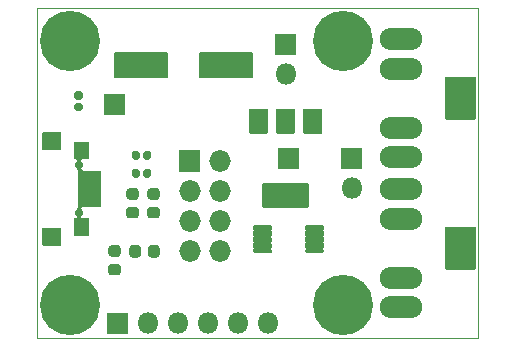
<source format=gbr>
G04 #@! TF.GenerationSoftware,KiCad,Pcbnew,5.1.10-88a1d61d58~88~ubuntu20.04.1*
G04 #@! TF.CreationDate,2021-05-19T20:40:34-06:00*
G04 #@! TF.ProjectId,CurrentSensorV1,43757272-656e-4745-9365-6e736f725631,rev?*
G04 #@! TF.SameCoordinates,Original*
G04 #@! TF.FileFunction,Soldermask,Top*
G04 #@! TF.FilePolarity,Negative*
%FSLAX46Y46*%
G04 Gerber Fmt 4.6, Leading zero omitted, Abs format (unit mm)*
G04 Created by KiCad (PCBNEW 5.1.10-88a1d61d58~88~ubuntu20.04.1) date 2021-05-19 20:40:34*
%MOMM*%
%LPD*%
G01*
G04 APERTURE LIST*
G04 #@! TA.AperFunction,Profile*
%ADD10C,0.050000*%
G04 #@! TD*
%ADD11O,3.602000X1.852000*%
%ADD12C,5.102000*%
%ADD13O,1.802000X1.802000*%
%ADD14C,0.702000*%
%ADD15O,1.829200X1.829200*%
%ADD16C,0.350000*%
G04 APERTURE END LIST*
D10*
X132842000Y-64008000D02*
X132842000Y-65278000D01*
X170180000Y-64008000D02*
X132842000Y-64008000D01*
X170180000Y-65278000D02*
X170180000Y-64008000D01*
X132842000Y-91948000D02*
X170180000Y-91948000D01*
X170180000Y-91948000D02*
X170180000Y-65278000D01*
X132842000Y-65278000D02*
X132842000Y-91948000D01*
X132842000Y-64008000D02*
X132842000Y-65278000D01*
X170180000Y-64008000D02*
X132842000Y-64008000D01*
X170180000Y-65278000D02*
X170180000Y-64008000D01*
X132842000Y-91948000D02*
X170180000Y-91948000D01*
X170180000Y-91948000D02*
X170180000Y-65278000D01*
X132842000Y-65278000D02*
X132842000Y-91948000D01*
D11*
G04 #@! TO.C,J3*
X163722000Y-81828000D03*
X163722000Y-86828000D03*
X163722000Y-79328000D03*
X163722000Y-89328000D03*
G36*
G01*
X167478000Y-82527000D02*
X169978000Y-82527000D01*
G75*
G02*
X170029000Y-82578000I0J-51000D01*
G01*
X170029000Y-86078000D01*
G75*
G02*
X169978000Y-86129000I-51000J0D01*
G01*
X167478000Y-86129000D01*
G75*
G02*
X167427000Y-86078000I0J51000D01*
G01*
X167427000Y-82578000D01*
G75*
G02*
X167478000Y-82527000I51000J0D01*
G01*
G37*
G04 #@! TD*
D12*
G04 #@! TO.C,H2*
X158750000Y-66802000D03*
G04 #@! TD*
D13*
G04 #@! TO.C,J2*
X152400000Y-90678000D03*
X149860000Y-90678000D03*
X147320000Y-90678000D03*
X144780000Y-90678000D03*
X142240000Y-90678000D03*
G36*
G01*
X140550000Y-91579000D02*
X138850000Y-91579000D01*
G75*
G02*
X138799000Y-91528000I0J51000D01*
G01*
X138799000Y-89828000D01*
G75*
G02*
X138850000Y-89777000I51000J0D01*
G01*
X140550000Y-89777000D01*
G75*
G02*
X140601000Y-89828000I0J-51000D01*
G01*
X140601000Y-91528000D01*
G75*
G02*
X140550000Y-91579000I-51000J0D01*
G01*
G37*
G04 #@! TD*
D12*
G04 #@! TO.C,H1*
X135636000Y-66802000D03*
G04 #@! TD*
G04 #@! TO.C,U9*
G36*
G01*
X136366845Y-77742240D02*
X138266845Y-77742240D01*
G75*
G02*
X138317845Y-77793240I0J-51000D01*
G01*
X138317845Y-78193240D01*
G75*
G02*
X138266845Y-78244240I-51000J0D01*
G01*
X136366845Y-78244240D01*
G75*
G02*
X136315845Y-78193240I0J51000D01*
G01*
X136315845Y-77793240D01*
G75*
G02*
X136366845Y-77742240I51000J0D01*
G01*
G37*
G36*
G01*
X136366845Y-78392240D02*
X138266845Y-78392240D01*
G75*
G02*
X138317845Y-78443240I0J-51000D01*
G01*
X138317845Y-78843240D01*
G75*
G02*
X138266845Y-78894240I-51000J0D01*
G01*
X136366845Y-78894240D01*
G75*
G02*
X136315845Y-78843240I0J51000D01*
G01*
X136315845Y-78443240D01*
G75*
G02*
X136366845Y-78392240I51000J0D01*
G01*
G37*
G36*
G01*
X136366845Y-79042240D02*
X138266845Y-79042240D01*
G75*
G02*
X138317845Y-79093240I0J-51000D01*
G01*
X138317845Y-79493240D01*
G75*
G02*
X138266845Y-79544240I-51000J0D01*
G01*
X136366845Y-79544240D01*
G75*
G02*
X136315845Y-79493240I0J51000D01*
G01*
X136315845Y-79093240D01*
G75*
G02*
X136366845Y-79042240I51000J0D01*
G01*
G37*
G36*
G01*
X136366845Y-79692240D02*
X138266845Y-79692240D01*
G75*
G02*
X138317845Y-79743240I0J-51000D01*
G01*
X138317845Y-80143240D01*
G75*
G02*
X138266845Y-80194240I-51000J0D01*
G01*
X136366845Y-80194240D01*
G75*
G02*
X136315845Y-80143240I0J51000D01*
G01*
X136315845Y-79743240D01*
G75*
G02*
X136366845Y-79692240I51000J0D01*
G01*
G37*
G36*
G01*
X136366845Y-80342240D02*
X138266845Y-80342240D01*
G75*
G02*
X138317845Y-80393240I0J-51000D01*
G01*
X138317845Y-80793240D01*
G75*
G02*
X138266845Y-80844240I-51000J0D01*
G01*
X136366845Y-80844240D01*
G75*
G02*
X136315845Y-80793240I0J51000D01*
G01*
X136315845Y-80393240D01*
G75*
G02*
X136366845Y-80342240I51000J0D01*
G01*
G37*
G36*
G01*
X136041839Y-75296600D02*
X137241841Y-75296600D01*
G75*
G02*
X137292840Y-75347599I0J-50999D01*
G01*
X137292840Y-76747601D01*
G75*
G02*
X137241841Y-76798600I-50999J0D01*
G01*
X136041839Y-76798600D01*
G75*
G02*
X135990840Y-76747601I0J50999D01*
G01*
X135990840Y-75347599D01*
G75*
G02*
X136041839Y-75296600I50999J0D01*
G01*
G37*
G36*
G01*
X136051999Y-81799000D02*
X137252001Y-81799000D01*
G75*
G02*
X137303000Y-81849999I0J-50999D01*
G01*
X137303000Y-83250001D01*
G75*
G02*
X137252001Y-83301000I-50999J0D01*
G01*
X136051999Y-83301000D01*
G75*
G02*
X136001000Y-83250001I0J50999D01*
G01*
X136001000Y-81849999D01*
G75*
G02*
X136051999Y-81799000I50999J0D01*
G01*
G37*
G36*
G01*
X133387400Y-74504120D02*
X134887400Y-74504120D01*
G75*
G02*
X134938400Y-74555120I0J-51000D01*
G01*
X134938400Y-75955120D01*
G75*
G02*
X134887400Y-76006120I-51000J0D01*
G01*
X133387400Y-76006120D01*
G75*
G02*
X133336400Y-75955120I0J51000D01*
G01*
X133336400Y-74555120D01*
G75*
G02*
X133387400Y-74504120I51000J0D01*
G01*
G37*
G36*
G01*
X133377240Y-82616880D02*
X134877240Y-82616880D01*
G75*
G02*
X134928240Y-82667880I0J-51000D01*
G01*
X134928240Y-84067880D01*
G75*
G02*
X134877240Y-84118880I-51000J0D01*
G01*
X133377240Y-84118880D01*
G75*
G02*
X133326240Y-84067880I0J51000D01*
G01*
X133326240Y-82667880D01*
G75*
G02*
X133377240Y-82616880I51000J0D01*
G01*
G37*
D14*
X136423400Y-81300320D03*
X136423400Y-77302360D03*
G04 #@! TD*
D12*
G04 #@! TO.C,H3*
X158750000Y-89154000D03*
G04 #@! TD*
G04 #@! TO.C,H4*
X135636000Y-89154000D03*
G04 #@! TD*
G04 #@! TO.C,C4*
G36*
G01*
X143989000Y-67995142D02*
X143989000Y-69672858D01*
G75*
G02*
X143726858Y-69935000I-262142J0D01*
G01*
X139649142Y-69935000D01*
G75*
G02*
X139387000Y-69672858I0J262142D01*
G01*
X139387000Y-67995142D01*
G75*
G02*
X139649142Y-67733000I262142J0D01*
G01*
X143726858Y-67733000D01*
G75*
G02*
X143989000Y-67995142I0J-262142D01*
G01*
G37*
G36*
G01*
X151189000Y-67995142D02*
X151189000Y-69672858D01*
G75*
G02*
X150926858Y-69935000I-262142J0D01*
G01*
X146849142Y-69935000D01*
G75*
G02*
X146587000Y-69672858I0J262142D01*
G01*
X146587000Y-67995142D01*
G75*
G02*
X146849142Y-67733000I262142J0D01*
G01*
X150926858Y-67733000D01*
G75*
G02*
X151189000Y-67995142I0J-262142D01*
G01*
G37*
G04 #@! TD*
D13*
G04 #@! TO.C,J6*
X159512000Y-79248000D03*
G36*
G01*
X158611000Y-77558000D02*
X158611000Y-75858000D01*
G75*
G02*
X158662000Y-75807000I51000J0D01*
G01*
X160362000Y-75807000D01*
G75*
G02*
X160413000Y-75858000I0J-51000D01*
G01*
X160413000Y-77558000D01*
G75*
G02*
X160362000Y-77609000I-51000J0D01*
G01*
X158662000Y-77609000D01*
G75*
G02*
X158611000Y-77558000I0J51000D01*
G01*
G37*
G04 #@! TD*
D15*
G04 #@! TO.C,U2*
X148336000Y-84582000D03*
X145796000Y-84582000D03*
X148336000Y-82042000D03*
X145796000Y-82042000D03*
X148336000Y-79502000D03*
X145796000Y-79502000D03*
X148336000Y-76962000D03*
G36*
G01*
X144881400Y-77825600D02*
X144881400Y-76098400D01*
G75*
G02*
X144932400Y-76047400I51000J0D01*
G01*
X146659600Y-76047400D01*
G75*
G02*
X146710600Y-76098400I0J-51000D01*
G01*
X146710600Y-77825600D01*
G75*
G02*
X146659600Y-77876600I-51000J0D01*
G01*
X144932400Y-77876600D01*
G75*
G02*
X144881400Y-77825600I0J51000D01*
G01*
G37*
G04 #@! TD*
G04 #@! TO.C,TP2*
G36*
G01*
X153277000Y-77558000D02*
X153277000Y-75858000D01*
G75*
G02*
X153328000Y-75807000I51000J0D01*
G01*
X155028000Y-75807000D01*
G75*
G02*
X155079000Y-75858000I0J-51000D01*
G01*
X155079000Y-77558000D01*
G75*
G02*
X155028000Y-77609000I-51000J0D01*
G01*
X153328000Y-77609000D01*
G75*
G02*
X153277000Y-77558000I0J51000D01*
G01*
G37*
G04 #@! TD*
D11*
G04 #@! TO.C,J8*
X163722000Y-69128000D03*
X163722000Y-74128000D03*
X163722000Y-66628000D03*
X163722000Y-76628000D03*
G36*
G01*
X167478000Y-69827000D02*
X169978000Y-69827000D01*
G75*
G02*
X170029000Y-69878000I0J-51000D01*
G01*
X170029000Y-73378000D01*
G75*
G02*
X169978000Y-73429000I-51000J0D01*
G01*
X167478000Y-73429000D01*
G75*
G02*
X167427000Y-73378000I0J51000D01*
G01*
X167427000Y-69878000D01*
G75*
G02*
X167478000Y-69827000I51000J0D01*
G01*
G37*
G04 #@! TD*
G04 #@! TO.C,U3*
G36*
G01*
X155474000Y-72507000D02*
X156974000Y-72507000D01*
G75*
G02*
X157025000Y-72558000I0J-51000D01*
G01*
X157025000Y-74558000D01*
G75*
G02*
X156974000Y-74609000I-51000J0D01*
G01*
X155474000Y-74609000D01*
G75*
G02*
X155423000Y-74558000I0J51000D01*
G01*
X155423000Y-72558000D01*
G75*
G02*
X155474000Y-72507000I51000J0D01*
G01*
G37*
G36*
G01*
X150874000Y-72507000D02*
X152374000Y-72507000D01*
G75*
G02*
X152425000Y-72558000I0J-51000D01*
G01*
X152425000Y-74558000D01*
G75*
G02*
X152374000Y-74609000I-51000J0D01*
G01*
X150874000Y-74609000D01*
G75*
G02*
X150823000Y-74558000I0J51000D01*
G01*
X150823000Y-72558000D01*
G75*
G02*
X150874000Y-72507000I51000J0D01*
G01*
G37*
G36*
G01*
X153174000Y-72507000D02*
X154674000Y-72507000D01*
G75*
G02*
X154725000Y-72558000I0J-51000D01*
G01*
X154725000Y-74558000D01*
G75*
G02*
X154674000Y-74609000I-51000J0D01*
G01*
X153174000Y-74609000D01*
G75*
G02*
X153123000Y-74558000I0J51000D01*
G01*
X153123000Y-72558000D01*
G75*
G02*
X153174000Y-72507000I51000J0D01*
G01*
G37*
G36*
G01*
X152024000Y-78807000D02*
X155824000Y-78807000D01*
G75*
G02*
X155875000Y-78858000I0J-51000D01*
G01*
X155875000Y-80858000D01*
G75*
G02*
X155824000Y-80909000I-51000J0D01*
G01*
X152024000Y-80909000D01*
G75*
G02*
X151973000Y-80858000I0J51000D01*
G01*
X151973000Y-78858000D01*
G75*
G02*
X152024000Y-78807000I51000J0D01*
G01*
G37*
G04 #@! TD*
G04 #@! TO.C,U1*
G36*
G01*
X152754000Y-84465500D02*
X152754000Y-84666500D01*
G75*
G02*
X152653500Y-84767000I-100500J0D01*
G01*
X151302500Y-84767000D01*
G75*
G02*
X151202000Y-84666500I0J100500D01*
G01*
X151202000Y-84465500D01*
G75*
G02*
X151302500Y-84365000I100500J0D01*
G01*
X152653500Y-84365000D01*
G75*
G02*
X152754000Y-84465500I0J-100500D01*
G01*
G37*
G36*
G01*
X152754000Y-83965500D02*
X152754000Y-84166500D01*
G75*
G02*
X152653500Y-84267000I-100500J0D01*
G01*
X151302500Y-84267000D01*
G75*
G02*
X151202000Y-84166500I0J100500D01*
G01*
X151202000Y-83965500D01*
G75*
G02*
X151302500Y-83865000I100500J0D01*
G01*
X152653500Y-83865000D01*
G75*
G02*
X152754000Y-83965500I0J-100500D01*
G01*
G37*
G36*
G01*
X152754000Y-83465500D02*
X152754000Y-83666500D01*
G75*
G02*
X152653500Y-83767000I-100500J0D01*
G01*
X151302500Y-83767000D01*
G75*
G02*
X151202000Y-83666500I0J100500D01*
G01*
X151202000Y-83465500D01*
G75*
G02*
X151302500Y-83365000I100500J0D01*
G01*
X152653500Y-83365000D01*
G75*
G02*
X152754000Y-83465500I0J-100500D01*
G01*
G37*
G36*
G01*
X152754000Y-82965500D02*
X152754000Y-83166500D01*
G75*
G02*
X152653500Y-83267000I-100500J0D01*
G01*
X151302500Y-83267000D01*
G75*
G02*
X151202000Y-83166500I0J100500D01*
G01*
X151202000Y-82965500D01*
G75*
G02*
X151302500Y-82865000I100500J0D01*
G01*
X152653500Y-82865000D01*
G75*
G02*
X152754000Y-82965500I0J-100500D01*
G01*
G37*
G36*
G01*
X152754000Y-82465500D02*
X152754000Y-82666500D01*
G75*
G02*
X152653500Y-82767000I-100500J0D01*
G01*
X151302500Y-82767000D01*
G75*
G02*
X151202000Y-82666500I0J100500D01*
G01*
X151202000Y-82465500D01*
G75*
G02*
X151302500Y-82365000I100500J0D01*
G01*
X152653500Y-82365000D01*
G75*
G02*
X152754000Y-82465500I0J-100500D01*
G01*
G37*
G36*
G01*
X157154000Y-82465500D02*
X157154000Y-82666500D01*
G75*
G02*
X157053500Y-82767000I-100500J0D01*
G01*
X155702500Y-82767000D01*
G75*
G02*
X155602000Y-82666500I0J100500D01*
G01*
X155602000Y-82465500D01*
G75*
G02*
X155702500Y-82365000I100500J0D01*
G01*
X157053500Y-82365000D01*
G75*
G02*
X157154000Y-82465500I0J-100500D01*
G01*
G37*
G36*
G01*
X157154000Y-82965500D02*
X157154000Y-83166500D01*
G75*
G02*
X157053500Y-83267000I-100500J0D01*
G01*
X155702500Y-83267000D01*
G75*
G02*
X155602000Y-83166500I0J100500D01*
G01*
X155602000Y-82965500D01*
G75*
G02*
X155702500Y-82865000I100500J0D01*
G01*
X157053500Y-82865000D01*
G75*
G02*
X157154000Y-82965500I0J-100500D01*
G01*
G37*
G36*
G01*
X157154000Y-83465500D02*
X157154000Y-83666500D01*
G75*
G02*
X157053500Y-83767000I-100500J0D01*
G01*
X155702500Y-83767000D01*
G75*
G02*
X155602000Y-83666500I0J100500D01*
G01*
X155602000Y-83465500D01*
G75*
G02*
X155702500Y-83365000I100500J0D01*
G01*
X157053500Y-83365000D01*
G75*
G02*
X157154000Y-83465500I0J-100500D01*
G01*
G37*
G36*
G01*
X157154000Y-83965500D02*
X157154000Y-84166500D01*
G75*
G02*
X157053500Y-84267000I-100500J0D01*
G01*
X155702500Y-84267000D01*
G75*
G02*
X155602000Y-84166500I0J100500D01*
G01*
X155602000Y-83965500D01*
G75*
G02*
X155702500Y-83865000I100500J0D01*
G01*
X157053500Y-83865000D01*
G75*
G02*
X157154000Y-83965500I0J-100500D01*
G01*
G37*
G36*
G01*
X157154000Y-84465500D02*
X157154000Y-84666500D01*
G75*
G02*
X157053500Y-84767000I-100500J0D01*
G01*
X155702500Y-84767000D01*
G75*
G02*
X155602000Y-84666500I0J100500D01*
G01*
X155602000Y-84465500D01*
G75*
G02*
X155702500Y-84365000I100500J0D01*
G01*
X157053500Y-84365000D01*
G75*
G02*
X157154000Y-84465500I0J-100500D01*
G01*
G37*
G04 #@! TD*
G04 #@! TO.C,R6*
G36*
G01*
X139164250Y-85643000D02*
X139727750Y-85643000D01*
G75*
G02*
X139972000Y-85887250I0J-244250D01*
G01*
X139972000Y-86375750D01*
G75*
G02*
X139727750Y-86620000I-244250J0D01*
G01*
X139164250Y-86620000D01*
G75*
G02*
X138920000Y-86375750I0J244250D01*
G01*
X138920000Y-85887250D01*
G75*
G02*
X139164250Y-85643000I244250J0D01*
G01*
G37*
G36*
G01*
X139164250Y-84068000D02*
X139727750Y-84068000D01*
G75*
G02*
X139972000Y-84312250I0J-244250D01*
G01*
X139972000Y-84800750D01*
G75*
G02*
X139727750Y-85045000I-244250J0D01*
G01*
X139164250Y-85045000D01*
G75*
G02*
X138920000Y-84800750I0J244250D01*
G01*
X138920000Y-84312250D01*
G75*
G02*
X139164250Y-84068000I244250J0D01*
G01*
G37*
G04 #@! TD*
G04 #@! TO.C,R3*
G36*
G01*
X142285000Y-84863750D02*
X142285000Y-84300250D01*
G75*
G02*
X142529250Y-84056000I244250J0D01*
G01*
X143017750Y-84056000D01*
G75*
G02*
X143262000Y-84300250I0J-244250D01*
G01*
X143262000Y-84863750D01*
G75*
G02*
X143017750Y-85108000I-244250J0D01*
G01*
X142529250Y-85108000D01*
G75*
G02*
X142285000Y-84863750I0J244250D01*
G01*
G37*
G36*
G01*
X140710000Y-84863750D02*
X140710000Y-84300250D01*
G75*
G02*
X140954250Y-84056000I244250J0D01*
G01*
X141442750Y-84056000D01*
G75*
G02*
X141687000Y-84300250I0J-244250D01*
G01*
X141687000Y-84863750D01*
G75*
G02*
X141442750Y-85108000I-244250J0D01*
G01*
X140954250Y-85108000D01*
G75*
G02*
X140710000Y-84863750I0J244250D01*
G01*
G37*
G04 #@! TD*
G04 #@! TO.C,R2*
G36*
G01*
X142466250Y-80817000D02*
X143029750Y-80817000D01*
G75*
G02*
X143274000Y-81061250I0J-244250D01*
G01*
X143274000Y-81549750D01*
G75*
G02*
X143029750Y-81794000I-244250J0D01*
G01*
X142466250Y-81794000D01*
G75*
G02*
X142222000Y-81549750I0J244250D01*
G01*
X142222000Y-81061250D01*
G75*
G02*
X142466250Y-80817000I244250J0D01*
G01*
G37*
G36*
G01*
X142466250Y-79242000D02*
X143029750Y-79242000D01*
G75*
G02*
X143274000Y-79486250I0J-244250D01*
G01*
X143274000Y-79974750D01*
G75*
G02*
X143029750Y-80219000I-244250J0D01*
G01*
X142466250Y-80219000D01*
G75*
G02*
X142222000Y-79974750I0J244250D01*
G01*
X142222000Y-79486250D01*
G75*
G02*
X142466250Y-79242000I244250J0D01*
G01*
G37*
G04 #@! TD*
G04 #@! TO.C,R1*
G36*
G01*
X141251750Y-80219000D02*
X140688250Y-80219000D01*
G75*
G02*
X140444000Y-79974750I0J244250D01*
G01*
X140444000Y-79486250D01*
G75*
G02*
X140688250Y-79242000I244250J0D01*
G01*
X141251750Y-79242000D01*
G75*
G02*
X141496000Y-79486250I0J-244250D01*
G01*
X141496000Y-79974750D01*
G75*
G02*
X141251750Y-80219000I-244250J0D01*
G01*
G37*
G36*
G01*
X141251750Y-81794000D02*
X140688250Y-81794000D01*
G75*
G02*
X140444000Y-81549750I0J244250D01*
G01*
X140444000Y-81061250D01*
G75*
G02*
X140688250Y-80817000I244250J0D01*
G01*
X141251750Y-80817000D01*
G75*
G02*
X141496000Y-81061250I0J-244250D01*
G01*
X141496000Y-81549750D01*
G75*
G02*
X141251750Y-81794000I-244250J0D01*
G01*
G37*
G04 #@! TD*
G04 #@! TO.C,C5*
G36*
G01*
X141871000Y-78176000D02*
X141871000Y-77780000D01*
G75*
G02*
X142044000Y-77607000I173000J0D01*
G01*
X142390000Y-77607000D01*
G75*
G02*
X142563000Y-77780000I0J-173000D01*
G01*
X142563000Y-78176000D01*
G75*
G02*
X142390000Y-78349000I-173000J0D01*
G01*
X142044000Y-78349000D01*
G75*
G02*
X141871000Y-78176000I0J173000D01*
G01*
G37*
G36*
G01*
X140901000Y-78176000D02*
X140901000Y-77780000D01*
G75*
G02*
X141074000Y-77607000I173000J0D01*
G01*
X141420000Y-77607000D01*
G75*
G02*
X141593000Y-77780000I0J-173000D01*
G01*
X141593000Y-78176000D01*
G75*
G02*
X141420000Y-78349000I-173000J0D01*
G01*
X141074000Y-78349000D01*
G75*
G02*
X140901000Y-78176000I0J173000D01*
G01*
G37*
G04 #@! TD*
G04 #@! TO.C,C3*
G36*
G01*
X141593000Y-76256000D02*
X141593000Y-76652000D01*
G75*
G02*
X141420000Y-76825000I-173000J0D01*
G01*
X141074000Y-76825000D01*
G75*
G02*
X140901000Y-76652000I0J173000D01*
G01*
X140901000Y-76256000D01*
G75*
G02*
X141074000Y-76083000I173000J0D01*
G01*
X141420000Y-76083000D01*
G75*
G02*
X141593000Y-76256000I0J-173000D01*
G01*
G37*
G36*
G01*
X142563000Y-76256000D02*
X142563000Y-76652000D01*
G75*
G02*
X142390000Y-76825000I-173000J0D01*
G01*
X142044000Y-76825000D01*
G75*
G02*
X141871000Y-76652000I0J173000D01*
G01*
X141871000Y-76256000D01*
G75*
G02*
X142044000Y-76083000I173000J0D01*
G01*
X142390000Y-76083000D01*
G75*
G02*
X142563000Y-76256000I0J-173000D01*
G01*
G37*
G04 #@! TD*
G04 #@! TO.C,C1*
G36*
G01*
X136596000Y-71743000D02*
X136200000Y-71743000D01*
G75*
G02*
X136027000Y-71570000I0J173000D01*
G01*
X136027000Y-71224000D01*
G75*
G02*
X136200000Y-71051000I173000J0D01*
G01*
X136596000Y-71051000D01*
G75*
G02*
X136769000Y-71224000I0J-173000D01*
G01*
X136769000Y-71570000D01*
G75*
G02*
X136596000Y-71743000I-173000J0D01*
G01*
G37*
G36*
G01*
X136596000Y-72713000D02*
X136200000Y-72713000D01*
G75*
G02*
X136027000Y-72540000I0J173000D01*
G01*
X136027000Y-72194000D01*
G75*
G02*
X136200000Y-72021000I173000J0D01*
G01*
X136596000Y-72021000D01*
G75*
G02*
X136769000Y-72194000I0J-173000D01*
G01*
X136769000Y-72540000D01*
G75*
G02*
X136596000Y-72713000I-173000J0D01*
G01*
G37*
G04 #@! TD*
G04 #@! TO.C,TP1*
G36*
G01*
X138545000Y-72986000D02*
X138545000Y-71286000D01*
G75*
G02*
X138596000Y-71235000I51000J0D01*
G01*
X140296000Y-71235000D01*
G75*
G02*
X140347000Y-71286000I0J-51000D01*
G01*
X140347000Y-72986000D01*
G75*
G02*
X140296000Y-73037000I-51000J0D01*
G01*
X138596000Y-73037000D01*
G75*
G02*
X138545000Y-72986000I0J51000D01*
G01*
G37*
G04 #@! TD*
D13*
G04 #@! TO.C,J7*
X153924000Y-69596000D03*
G36*
G01*
X153023000Y-67906000D02*
X153023000Y-66206000D01*
G75*
G02*
X153074000Y-66155000I51000J0D01*
G01*
X154774000Y-66155000D01*
G75*
G02*
X154825000Y-66206000I0J-51000D01*
G01*
X154825000Y-67906000D01*
G75*
G02*
X154774000Y-67957000I-51000J0D01*
G01*
X153074000Y-67957000D01*
G75*
G02*
X153023000Y-67906000I0J51000D01*
G01*
G37*
G04 #@! TD*
D16*
G36*
X157155165Y-84164874D02*
G01*
X157156000Y-84166500D01*
X157156000Y-84222860D01*
X157155990Y-84223056D01*
X157154667Y-84236491D01*
X157154591Y-84236876D01*
X157152463Y-84243890D01*
X157152313Y-84244252D01*
X157145000Y-84257935D01*
X157135737Y-84280298D01*
X157131033Y-84303948D01*
X157131033Y-84328054D01*
X157135738Y-84351704D01*
X157145000Y-84374065D01*
X157152313Y-84387748D01*
X157152463Y-84388110D01*
X157154591Y-84395124D01*
X157154667Y-84395509D01*
X157155990Y-84408944D01*
X157156000Y-84409140D01*
X157156000Y-84465500D01*
X157155000Y-84467232D01*
X157153000Y-84467232D01*
X157152010Y-84465696D01*
X157150099Y-84446288D01*
X157144493Y-84427809D01*
X157135392Y-84410781D01*
X157123143Y-84395857D01*
X157108219Y-84383608D01*
X157091191Y-84374507D01*
X157072712Y-84368901D01*
X157053406Y-84367000D01*
X155702594Y-84367000D01*
X155683288Y-84368901D01*
X155664809Y-84374507D01*
X155647781Y-84383608D01*
X155632857Y-84395857D01*
X155620608Y-84410781D01*
X155611507Y-84427809D01*
X155605901Y-84446288D01*
X155603990Y-84465696D01*
X155602825Y-84467322D01*
X155600835Y-84467126D01*
X155600000Y-84465500D01*
X155600000Y-84409140D01*
X155600010Y-84408944D01*
X155601333Y-84395509D01*
X155601409Y-84395124D01*
X155603537Y-84388110D01*
X155603687Y-84387748D01*
X155611000Y-84374065D01*
X155620263Y-84351702D01*
X155624967Y-84328052D01*
X155624967Y-84303946D01*
X155620262Y-84280296D01*
X155611000Y-84257935D01*
X155603687Y-84244252D01*
X155603537Y-84243890D01*
X155601409Y-84236876D01*
X155601333Y-84236491D01*
X155600010Y-84223056D01*
X155600000Y-84222860D01*
X155600000Y-84166500D01*
X155601000Y-84164768D01*
X155603000Y-84164768D01*
X155603990Y-84166304D01*
X155605901Y-84185712D01*
X155611507Y-84204191D01*
X155620608Y-84221219D01*
X155632857Y-84236143D01*
X155647781Y-84248392D01*
X155664809Y-84257493D01*
X155683288Y-84263099D01*
X155702594Y-84265000D01*
X157053406Y-84265000D01*
X157072712Y-84263099D01*
X157091191Y-84257493D01*
X157108219Y-84248392D01*
X157123143Y-84236143D01*
X157135392Y-84221219D01*
X157144493Y-84204191D01*
X157150099Y-84185712D01*
X157152010Y-84166304D01*
X157153175Y-84164678D01*
X157155165Y-84164874D01*
G37*
G36*
X152755165Y-84164874D02*
G01*
X152756000Y-84166500D01*
X152756000Y-84222860D01*
X152755990Y-84223056D01*
X152754667Y-84236491D01*
X152754591Y-84236876D01*
X152752463Y-84243890D01*
X152752313Y-84244252D01*
X152745000Y-84257935D01*
X152735737Y-84280298D01*
X152731033Y-84303948D01*
X152731033Y-84328054D01*
X152735738Y-84351704D01*
X152745000Y-84374065D01*
X152752313Y-84387748D01*
X152752463Y-84388110D01*
X152754591Y-84395124D01*
X152754667Y-84395509D01*
X152755990Y-84408944D01*
X152756000Y-84409140D01*
X152756000Y-84465500D01*
X152755000Y-84467232D01*
X152753000Y-84467232D01*
X152752010Y-84465696D01*
X152750099Y-84446288D01*
X152744493Y-84427809D01*
X152735392Y-84410781D01*
X152723143Y-84395857D01*
X152708219Y-84383608D01*
X152691191Y-84374507D01*
X152672712Y-84368901D01*
X152653406Y-84367000D01*
X151302594Y-84367000D01*
X151283288Y-84368901D01*
X151264809Y-84374507D01*
X151247781Y-84383608D01*
X151232857Y-84395857D01*
X151220608Y-84410781D01*
X151211507Y-84427809D01*
X151205901Y-84446288D01*
X151203990Y-84465696D01*
X151202825Y-84467322D01*
X151200835Y-84467126D01*
X151200000Y-84465500D01*
X151200000Y-84409140D01*
X151200010Y-84408944D01*
X151201333Y-84395509D01*
X151201409Y-84395124D01*
X151203537Y-84388110D01*
X151203687Y-84387748D01*
X151211000Y-84374065D01*
X151220263Y-84351702D01*
X151224967Y-84328052D01*
X151224967Y-84303946D01*
X151220262Y-84280296D01*
X151211000Y-84257935D01*
X151203687Y-84244252D01*
X151203537Y-84243890D01*
X151201409Y-84236876D01*
X151201333Y-84236491D01*
X151200010Y-84223056D01*
X151200000Y-84222860D01*
X151200000Y-84166500D01*
X151201000Y-84164768D01*
X151203000Y-84164768D01*
X151203990Y-84166304D01*
X151205901Y-84185712D01*
X151211507Y-84204191D01*
X151220608Y-84221219D01*
X151232857Y-84236143D01*
X151247781Y-84248392D01*
X151264809Y-84257493D01*
X151283288Y-84263099D01*
X151302594Y-84265000D01*
X152653406Y-84265000D01*
X152672712Y-84263099D01*
X152691191Y-84257493D01*
X152708219Y-84248392D01*
X152723143Y-84236143D01*
X152735392Y-84221219D01*
X152744493Y-84204191D01*
X152750099Y-84185712D01*
X152752010Y-84166304D01*
X152753175Y-84164678D01*
X152755165Y-84164874D01*
G37*
G36*
X152755165Y-83664874D02*
G01*
X152756000Y-83666500D01*
X152756000Y-83722860D01*
X152755990Y-83723056D01*
X152754667Y-83736491D01*
X152754591Y-83736876D01*
X152752463Y-83743890D01*
X152752313Y-83744252D01*
X152745000Y-83757935D01*
X152735737Y-83780298D01*
X152731033Y-83803948D01*
X152731033Y-83828054D01*
X152735738Y-83851704D01*
X152745000Y-83874065D01*
X152752313Y-83887748D01*
X152752463Y-83888110D01*
X152754591Y-83895124D01*
X152754667Y-83895509D01*
X152755990Y-83908944D01*
X152756000Y-83909140D01*
X152756000Y-83965500D01*
X152755000Y-83967232D01*
X152753000Y-83967232D01*
X152752010Y-83965696D01*
X152750099Y-83946288D01*
X152744493Y-83927809D01*
X152735392Y-83910781D01*
X152723143Y-83895857D01*
X152708219Y-83883608D01*
X152691191Y-83874507D01*
X152672712Y-83868901D01*
X152653406Y-83867000D01*
X151302594Y-83867000D01*
X151283288Y-83868901D01*
X151264809Y-83874507D01*
X151247781Y-83883608D01*
X151232857Y-83895857D01*
X151220608Y-83910781D01*
X151211507Y-83927809D01*
X151205901Y-83946288D01*
X151203990Y-83965696D01*
X151202825Y-83967322D01*
X151200835Y-83967126D01*
X151200000Y-83965500D01*
X151200000Y-83909140D01*
X151200010Y-83908944D01*
X151201333Y-83895509D01*
X151201409Y-83895124D01*
X151203537Y-83888110D01*
X151203687Y-83887748D01*
X151211000Y-83874065D01*
X151220263Y-83851702D01*
X151224967Y-83828052D01*
X151224967Y-83803946D01*
X151220262Y-83780296D01*
X151211000Y-83757935D01*
X151203687Y-83744252D01*
X151203537Y-83743890D01*
X151201409Y-83736876D01*
X151201333Y-83736491D01*
X151200010Y-83723056D01*
X151200000Y-83722860D01*
X151200000Y-83666500D01*
X151201000Y-83664768D01*
X151203000Y-83664768D01*
X151203990Y-83666304D01*
X151205901Y-83685712D01*
X151211507Y-83704191D01*
X151220608Y-83721219D01*
X151232857Y-83736143D01*
X151247781Y-83748392D01*
X151264809Y-83757493D01*
X151283288Y-83763099D01*
X151302594Y-83765000D01*
X152653406Y-83765000D01*
X152672712Y-83763099D01*
X152691191Y-83757493D01*
X152708219Y-83748392D01*
X152723143Y-83736143D01*
X152735392Y-83721219D01*
X152744493Y-83704191D01*
X152750099Y-83685712D01*
X152752010Y-83666304D01*
X152753175Y-83664678D01*
X152755165Y-83664874D01*
G37*
G36*
X157155165Y-83664874D02*
G01*
X157156000Y-83666500D01*
X157156000Y-83722860D01*
X157155990Y-83723056D01*
X157154667Y-83736491D01*
X157154591Y-83736876D01*
X157152463Y-83743890D01*
X157152313Y-83744252D01*
X157145000Y-83757935D01*
X157135737Y-83780298D01*
X157131033Y-83803948D01*
X157131033Y-83828054D01*
X157135738Y-83851704D01*
X157145000Y-83874065D01*
X157152313Y-83887748D01*
X157152463Y-83888110D01*
X157154591Y-83895124D01*
X157154667Y-83895509D01*
X157155990Y-83908944D01*
X157156000Y-83909140D01*
X157156000Y-83965500D01*
X157155000Y-83967232D01*
X157153000Y-83967232D01*
X157152010Y-83965696D01*
X157150099Y-83946288D01*
X157144493Y-83927809D01*
X157135392Y-83910781D01*
X157123143Y-83895857D01*
X157108219Y-83883608D01*
X157091191Y-83874507D01*
X157072712Y-83868901D01*
X157053406Y-83867000D01*
X155702594Y-83867000D01*
X155683288Y-83868901D01*
X155664809Y-83874507D01*
X155647781Y-83883608D01*
X155632857Y-83895857D01*
X155620608Y-83910781D01*
X155611507Y-83927809D01*
X155605901Y-83946288D01*
X155603990Y-83965696D01*
X155602825Y-83967322D01*
X155600835Y-83967126D01*
X155600000Y-83965500D01*
X155600000Y-83909140D01*
X155600010Y-83908944D01*
X155601333Y-83895509D01*
X155601409Y-83895124D01*
X155603537Y-83888110D01*
X155603687Y-83887748D01*
X155611000Y-83874065D01*
X155620263Y-83851702D01*
X155624967Y-83828052D01*
X155624967Y-83803946D01*
X155620262Y-83780296D01*
X155611000Y-83757935D01*
X155603687Y-83744252D01*
X155603537Y-83743890D01*
X155601409Y-83736876D01*
X155601333Y-83736491D01*
X155600010Y-83723056D01*
X155600000Y-83722860D01*
X155600000Y-83666500D01*
X155601000Y-83664768D01*
X155603000Y-83664768D01*
X155603990Y-83666304D01*
X155605901Y-83685712D01*
X155611507Y-83704191D01*
X155620608Y-83721219D01*
X155632857Y-83736143D01*
X155647781Y-83748392D01*
X155664809Y-83757493D01*
X155683288Y-83763099D01*
X155702594Y-83765000D01*
X157053406Y-83765000D01*
X157072712Y-83763099D01*
X157091191Y-83757493D01*
X157108219Y-83748392D01*
X157123143Y-83736143D01*
X157135392Y-83721219D01*
X157144493Y-83704191D01*
X157150099Y-83685712D01*
X157152010Y-83666304D01*
X157153175Y-83664678D01*
X157155165Y-83664874D01*
G37*
G36*
X157155165Y-83164874D02*
G01*
X157156000Y-83166500D01*
X157156000Y-83222860D01*
X157155990Y-83223056D01*
X157154667Y-83236491D01*
X157154591Y-83236876D01*
X157152463Y-83243890D01*
X157152313Y-83244252D01*
X157145000Y-83257935D01*
X157135737Y-83280298D01*
X157131033Y-83303948D01*
X157131033Y-83328054D01*
X157135738Y-83351704D01*
X157145000Y-83374065D01*
X157152313Y-83387748D01*
X157152463Y-83388110D01*
X157154591Y-83395124D01*
X157154667Y-83395509D01*
X157155990Y-83408944D01*
X157156000Y-83409140D01*
X157156000Y-83465500D01*
X157155000Y-83467232D01*
X157153000Y-83467232D01*
X157152010Y-83465696D01*
X157150099Y-83446288D01*
X157144493Y-83427809D01*
X157135392Y-83410781D01*
X157123143Y-83395857D01*
X157108219Y-83383608D01*
X157091191Y-83374507D01*
X157072712Y-83368901D01*
X157053406Y-83367000D01*
X155702594Y-83367000D01*
X155683288Y-83368901D01*
X155664809Y-83374507D01*
X155647781Y-83383608D01*
X155632857Y-83395857D01*
X155620608Y-83410781D01*
X155611507Y-83427809D01*
X155605901Y-83446288D01*
X155603990Y-83465696D01*
X155602825Y-83467322D01*
X155600835Y-83467126D01*
X155600000Y-83465500D01*
X155600000Y-83409140D01*
X155600010Y-83408944D01*
X155601333Y-83395509D01*
X155601409Y-83395124D01*
X155603537Y-83388110D01*
X155603687Y-83387748D01*
X155611000Y-83374065D01*
X155620263Y-83351702D01*
X155624967Y-83328052D01*
X155624967Y-83303946D01*
X155620262Y-83280296D01*
X155611000Y-83257935D01*
X155603687Y-83244252D01*
X155603537Y-83243890D01*
X155601409Y-83236876D01*
X155601333Y-83236491D01*
X155600010Y-83223056D01*
X155600000Y-83222860D01*
X155600000Y-83166500D01*
X155601000Y-83164768D01*
X155603000Y-83164768D01*
X155603990Y-83166304D01*
X155605901Y-83185712D01*
X155611507Y-83204191D01*
X155620608Y-83221219D01*
X155632857Y-83236143D01*
X155647781Y-83248392D01*
X155664809Y-83257493D01*
X155683288Y-83263099D01*
X155702594Y-83265000D01*
X157053406Y-83265000D01*
X157072712Y-83263099D01*
X157091191Y-83257493D01*
X157108219Y-83248392D01*
X157123143Y-83236143D01*
X157135392Y-83221219D01*
X157144493Y-83204191D01*
X157150099Y-83185712D01*
X157152010Y-83166304D01*
X157153175Y-83164678D01*
X157155165Y-83164874D01*
G37*
G36*
X152755165Y-83164874D02*
G01*
X152756000Y-83166500D01*
X152756000Y-83222860D01*
X152755990Y-83223056D01*
X152754667Y-83236491D01*
X152754591Y-83236876D01*
X152752463Y-83243890D01*
X152752313Y-83244252D01*
X152745000Y-83257935D01*
X152735737Y-83280298D01*
X152731033Y-83303948D01*
X152731033Y-83328054D01*
X152735738Y-83351704D01*
X152745000Y-83374065D01*
X152752313Y-83387748D01*
X152752463Y-83388110D01*
X152754591Y-83395124D01*
X152754667Y-83395509D01*
X152755990Y-83408944D01*
X152756000Y-83409140D01*
X152756000Y-83465500D01*
X152755000Y-83467232D01*
X152753000Y-83467232D01*
X152752010Y-83465696D01*
X152750099Y-83446288D01*
X152744493Y-83427809D01*
X152735392Y-83410781D01*
X152723143Y-83395857D01*
X152708219Y-83383608D01*
X152691191Y-83374507D01*
X152672712Y-83368901D01*
X152653406Y-83367000D01*
X151302594Y-83367000D01*
X151283288Y-83368901D01*
X151264809Y-83374507D01*
X151247781Y-83383608D01*
X151232857Y-83395857D01*
X151220608Y-83410781D01*
X151211507Y-83427809D01*
X151205901Y-83446288D01*
X151203990Y-83465696D01*
X151202825Y-83467322D01*
X151200835Y-83467126D01*
X151200000Y-83465500D01*
X151200000Y-83409140D01*
X151200010Y-83408944D01*
X151201333Y-83395509D01*
X151201409Y-83395124D01*
X151203537Y-83388110D01*
X151203687Y-83387748D01*
X151211000Y-83374065D01*
X151220263Y-83351702D01*
X151224967Y-83328052D01*
X151224967Y-83303946D01*
X151220262Y-83280296D01*
X151211000Y-83257935D01*
X151203687Y-83244252D01*
X151203537Y-83243890D01*
X151201409Y-83236876D01*
X151201333Y-83236491D01*
X151200010Y-83223056D01*
X151200000Y-83222860D01*
X151200000Y-83166500D01*
X151201000Y-83164768D01*
X151203000Y-83164768D01*
X151203990Y-83166304D01*
X151205901Y-83185712D01*
X151211507Y-83204191D01*
X151220608Y-83221219D01*
X151232857Y-83236143D01*
X151247781Y-83248392D01*
X151264809Y-83257493D01*
X151283288Y-83263099D01*
X151302594Y-83265000D01*
X152653406Y-83265000D01*
X152672712Y-83263099D01*
X152691191Y-83257493D01*
X152708219Y-83248392D01*
X152723143Y-83236143D01*
X152735392Y-83221219D01*
X152744493Y-83204191D01*
X152750099Y-83185712D01*
X152752010Y-83166304D01*
X152753175Y-83164678D01*
X152755165Y-83164874D01*
G37*
G36*
X152755165Y-82664874D02*
G01*
X152756000Y-82666500D01*
X152756000Y-82722860D01*
X152755990Y-82723056D01*
X152754667Y-82736491D01*
X152754591Y-82736876D01*
X152752463Y-82743890D01*
X152752313Y-82744252D01*
X152745000Y-82757935D01*
X152735737Y-82780298D01*
X152731033Y-82803948D01*
X152731033Y-82828054D01*
X152735738Y-82851704D01*
X152745000Y-82874065D01*
X152752313Y-82887748D01*
X152752463Y-82888110D01*
X152754591Y-82895124D01*
X152754667Y-82895509D01*
X152755990Y-82908944D01*
X152756000Y-82909140D01*
X152756000Y-82965500D01*
X152755000Y-82967232D01*
X152753000Y-82967232D01*
X152752010Y-82965696D01*
X152750099Y-82946288D01*
X152744493Y-82927809D01*
X152735392Y-82910781D01*
X152723143Y-82895857D01*
X152708219Y-82883608D01*
X152691191Y-82874507D01*
X152672712Y-82868901D01*
X152653406Y-82867000D01*
X151302594Y-82867000D01*
X151283288Y-82868901D01*
X151264809Y-82874507D01*
X151247781Y-82883608D01*
X151232857Y-82895857D01*
X151220608Y-82910781D01*
X151211507Y-82927809D01*
X151205901Y-82946288D01*
X151203990Y-82965696D01*
X151202825Y-82967322D01*
X151200835Y-82967126D01*
X151200000Y-82965500D01*
X151200000Y-82909140D01*
X151200010Y-82908944D01*
X151201333Y-82895509D01*
X151201409Y-82895124D01*
X151203537Y-82888110D01*
X151203687Y-82887748D01*
X151211000Y-82874065D01*
X151220263Y-82851702D01*
X151224967Y-82828052D01*
X151224967Y-82803946D01*
X151220262Y-82780296D01*
X151211000Y-82757935D01*
X151203687Y-82744252D01*
X151203537Y-82743890D01*
X151201409Y-82736876D01*
X151201333Y-82736491D01*
X151200010Y-82723056D01*
X151200000Y-82722860D01*
X151200000Y-82666500D01*
X151201000Y-82664768D01*
X151203000Y-82664768D01*
X151203990Y-82666304D01*
X151205901Y-82685712D01*
X151211507Y-82704191D01*
X151220608Y-82721219D01*
X151232857Y-82736143D01*
X151247781Y-82748392D01*
X151264809Y-82757493D01*
X151283288Y-82763099D01*
X151302594Y-82765000D01*
X152653406Y-82765000D01*
X152672712Y-82763099D01*
X152691191Y-82757493D01*
X152708219Y-82748392D01*
X152723143Y-82736143D01*
X152735392Y-82721219D01*
X152744493Y-82704191D01*
X152750099Y-82685712D01*
X152752010Y-82666304D01*
X152753175Y-82664678D01*
X152755165Y-82664874D01*
G37*
G36*
X157155165Y-82664874D02*
G01*
X157156000Y-82666500D01*
X157156000Y-82722860D01*
X157155990Y-82723056D01*
X157154667Y-82736491D01*
X157154591Y-82736876D01*
X157152463Y-82743890D01*
X157152313Y-82744252D01*
X157145000Y-82757935D01*
X157135737Y-82780298D01*
X157131033Y-82803948D01*
X157131033Y-82828054D01*
X157135738Y-82851704D01*
X157145000Y-82874065D01*
X157152313Y-82887748D01*
X157152463Y-82888110D01*
X157154591Y-82895124D01*
X157154667Y-82895509D01*
X157155990Y-82908944D01*
X157156000Y-82909140D01*
X157156000Y-82965500D01*
X157155000Y-82967232D01*
X157153000Y-82967232D01*
X157152010Y-82965696D01*
X157150099Y-82946288D01*
X157144493Y-82927809D01*
X157135392Y-82910781D01*
X157123143Y-82895857D01*
X157108219Y-82883608D01*
X157091191Y-82874507D01*
X157072712Y-82868901D01*
X157053406Y-82867000D01*
X155702594Y-82867000D01*
X155683288Y-82868901D01*
X155664809Y-82874507D01*
X155647781Y-82883608D01*
X155632857Y-82895857D01*
X155620608Y-82910781D01*
X155611507Y-82927809D01*
X155605901Y-82946288D01*
X155603990Y-82965696D01*
X155602825Y-82967322D01*
X155600835Y-82967126D01*
X155600000Y-82965500D01*
X155600000Y-82909140D01*
X155600010Y-82908944D01*
X155601333Y-82895509D01*
X155601409Y-82895124D01*
X155603537Y-82888110D01*
X155603687Y-82887748D01*
X155611000Y-82874065D01*
X155620263Y-82851702D01*
X155624967Y-82828052D01*
X155624967Y-82803946D01*
X155620262Y-82780296D01*
X155611000Y-82757935D01*
X155603687Y-82744252D01*
X155603537Y-82743890D01*
X155601409Y-82736876D01*
X155601333Y-82736491D01*
X155600010Y-82723056D01*
X155600000Y-82722860D01*
X155600000Y-82666500D01*
X155601000Y-82664768D01*
X155603000Y-82664768D01*
X155603990Y-82666304D01*
X155605901Y-82685712D01*
X155611507Y-82704191D01*
X155620608Y-82721219D01*
X155632857Y-82736143D01*
X155647781Y-82748392D01*
X155664809Y-82757493D01*
X155683288Y-82763099D01*
X155702594Y-82765000D01*
X157053406Y-82765000D01*
X157072712Y-82763099D01*
X157091191Y-82757493D01*
X157108219Y-82748392D01*
X157123143Y-82736143D01*
X157135392Y-82721219D01*
X157144493Y-82704191D01*
X157150099Y-82685712D01*
X157152010Y-82666304D01*
X157153175Y-82664678D01*
X157155165Y-82664874D01*
G37*
G36*
X136205310Y-81572303D02*
G01*
X136258887Y-81608101D01*
X136322092Y-81634282D01*
X136389195Y-81647630D01*
X136457605Y-81647630D01*
X136524708Y-81634282D01*
X136587913Y-81608101D01*
X136641490Y-81572303D01*
X136643486Y-81572172D01*
X136644597Y-81573835D01*
X136643870Y-81575512D01*
X136629830Y-81587035D01*
X136614535Y-81605672D01*
X136603170Y-81626935D01*
X136596170Y-81650010D01*
X136593807Y-81674001D01*
X136596170Y-81697992D01*
X136603170Y-81721067D01*
X136614535Y-81742331D01*
X136629831Y-81760968D01*
X136648468Y-81776263D01*
X136669731Y-81787628D01*
X136692806Y-81794628D01*
X136716993Y-81797010D01*
X136718619Y-81798175D01*
X136718423Y-81800165D01*
X136716797Y-81801000D01*
X136130003Y-81801000D01*
X136128271Y-81800000D01*
X136128271Y-81798000D01*
X136129807Y-81797010D01*
X136153994Y-81794628D01*
X136177069Y-81787628D01*
X136198333Y-81776263D01*
X136216970Y-81760968D01*
X136232265Y-81742331D01*
X136243630Y-81721067D01*
X136250630Y-81697992D01*
X136252993Y-81674001D01*
X136250630Y-81650010D01*
X136243630Y-81626935D01*
X136232265Y-81605671D01*
X136216970Y-81587034D01*
X136202930Y-81575512D01*
X136202226Y-81573640D01*
X136203494Y-81572094D01*
X136205310Y-81572303D01*
G37*
G36*
X136763974Y-80843240D02*
G01*
X136763974Y-80845240D01*
X136762438Y-80846230D01*
X136738251Y-80848612D01*
X136715176Y-80855612D01*
X136693912Y-80866977D01*
X136675275Y-80882272D01*
X136659980Y-80900909D01*
X136648615Y-80922173D01*
X136641615Y-80945248D01*
X136639252Y-80969239D01*
X136641615Y-80993230D01*
X136648615Y-81016305D01*
X136659980Y-81037569D01*
X136671501Y-81051607D01*
X136671827Y-81053581D01*
X136670281Y-81054849D01*
X136668541Y-81054290D01*
X136644798Y-81030547D01*
X136587913Y-80992539D01*
X136524708Y-80966358D01*
X136457605Y-80953010D01*
X136389195Y-80953010D01*
X136322092Y-80966358D01*
X136261368Y-80991511D01*
X136259385Y-80991250D01*
X136258620Y-80989402D01*
X136259334Y-80988117D01*
X136277813Y-80972952D01*
X136293108Y-80954315D01*
X136304473Y-80933051D01*
X136311473Y-80909976D01*
X136313845Y-80885891D01*
X136313845Y-80844240D01*
X136314845Y-80842508D01*
X136315845Y-80842240D01*
X136762242Y-80842240D01*
X136763974Y-80843240D01*
G37*
G36*
X138319577Y-80193240D02*
G01*
X138319845Y-80194240D01*
X138319845Y-80342240D01*
X138318845Y-80343972D01*
X138317845Y-80344240D01*
X136315845Y-80344240D01*
X136314113Y-80343240D01*
X136313845Y-80342240D01*
X136313845Y-80194240D01*
X136314845Y-80192508D01*
X136315845Y-80192240D01*
X138317845Y-80192240D01*
X138319577Y-80193240D01*
G37*
G36*
X138319577Y-79543240D02*
G01*
X138319845Y-79544240D01*
X138319845Y-79692240D01*
X138318845Y-79693972D01*
X138317845Y-79694240D01*
X136315845Y-79694240D01*
X136314113Y-79693240D01*
X136313845Y-79692240D01*
X136313845Y-79544240D01*
X136314845Y-79542508D01*
X136315845Y-79542240D01*
X138317845Y-79542240D01*
X138319577Y-79543240D01*
G37*
G36*
X138319577Y-78893240D02*
G01*
X138319845Y-78894240D01*
X138319845Y-79042240D01*
X138318845Y-79043972D01*
X138317845Y-79044240D01*
X136315845Y-79044240D01*
X136314113Y-79043240D01*
X136313845Y-79042240D01*
X136313845Y-78894240D01*
X136314845Y-78892508D01*
X136315845Y-78892240D01*
X138317845Y-78892240D01*
X138319577Y-78893240D01*
G37*
G36*
X138319577Y-78243240D02*
G01*
X138319845Y-78244240D01*
X138319845Y-78392240D01*
X138318845Y-78393972D01*
X138317845Y-78394240D01*
X136315845Y-78394240D01*
X136314113Y-78393240D01*
X136313845Y-78392240D01*
X136313845Y-78244240D01*
X136314845Y-78242508D01*
X136315845Y-78242240D01*
X138317845Y-78242240D01*
X138319577Y-78243240D01*
G37*
G36*
X136688087Y-77533086D02*
G01*
X136687701Y-77534873D01*
X136676180Y-77548911D01*
X136664815Y-77570175D01*
X136657815Y-77593250D01*
X136655452Y-77617241D01*
X136657815Y-77641232D01*
X136664815Y-77664307D01*
X136676180Y-77685571D01*
X136691475Y-77704208D01*
X136710112Y-77719503D01*
X136731376Y-77730868D01*
X136754451Y-77737868D01*
X136778638Y-77740250D01*
X136780264Y-77741415D01*
X136780068Y-77743405D01*
X136778442Y-77744240D01*
X136315845Y-77744240D01*
X136314113Y-77743240D01*
X136313845Y-77742240D01*
X136313845Y-77716789D01*
X136311473Y-77692704D01*
X136304473Y-77669629D01*
X136293108Y-77648365D01*
X136277813Y-77629728D01*
X136259334Y-77614563D01*
X136258630Y-77612691D01*
X136259898Y-77611145D01*
X136261368Y-77611169D01*
X136322092Y-77636322D01*
X136389195Y-77649670D01*
X136457605Y-77649670D01*
X136524708Y-77636322D01*
X136587913Y-77610141D01*
X136644798Y-77572133D01*
X136684741Y-77532190D01*
X136686673Y-77531672D01*
X136688087Y-77533086D01*
G37*
G36*
X136710926Y-76797600D02*
G01*
X136710926Y-76799600D01*
X136709390Y-76800590D01*
X136685203Y-76802972D01*
X136662128Y-76809972D01*
X136640864Y-76821337D01*
X136622227Y-76836632D01*
X136606932Y-76855269D01*
X136595567Y-76876533D01*
X136588567Y-76899608D01*
X136586204Y-76923599D01*
X136588567Y-76947590D01*
X136595567Y-76970665D01*
X136606932Y-76991929D01*
X136622227Y-77010566D01*
X136636270Y-77022090D01*
X136636974Y-77023962D01*
X136635706Y-77025508D01*
X136633890Y-77025299D01*
X136587913Y-76994579D01*
X136524708Y-76968398D01*
X136457605Y-76955050D01*
X136389195Y-76955050D01*
X136322092Y-76968398D01*
X136258887Y-76994579D01*
X136212909Y-77025299D01*
X136210913Y-77025430D01*
X136209802Y-77023767D01*
X136210529Y-77022090D01*
X136224572Y-77010566D01*
X136239867Y-76991929D01*
X136251233Y-76970666D01*
X136258233Y-76947591D01*
X136260596Y-76923599D01*
X136258233Y-76899609D01*
X136251233Y-76876534D01*
X136239868Y-76855270D01*
X136224573Y-76836633D01*
X136205936Y-76821338D01*
X136184673Y-76809972D01*
X136161598Y-76802972D01*
X136137410Y-76800590D01*
X136135784Y-76799425D01*
X136135980Y-76797435D01*
X136137606Y-76796600D01*
X136709194Y-76796600D01*
X136710926Y-76797600D01*
G37*
G36*
X146588990Y-69672662D02*
G01*
X146594007Y-69723604D01*
X146608811Y-69772406D01*
X146632850Y-69817380D01*
X146665201Y-69856799D01*
X146704620Y-69889150D01*
X146749594Y-69913189D01*
X146798396Y-69927993D01*
X146849338Y-69933010D01*
X146850964Y-69934175D01*
X146850768Y-69936165D01*
X146849142Y-69937000D01*
X146760045Y-69937000D01*
X146759849Y-69936990D01*
X146721267Y-69933190D01*
X146720882Y-69933114D01*
X146689683Y-69923650D01*
X146689321Y-69923500D01*
X146660570Y-69908132D01*
X146660244Y-69907914D01*
X146635044Y-69887233D01*
X146634767Y-69886956D01*
X146614086Y-69861756D01*
X146613868Y-69861430D01*
X146598500Y-69832679D01*
X146598350Y-69832317D01*
X146588886Y-69801118D01*
X146588810Y-69800733D01*
X146585010Y-69762151D01*
X146585000Y-69761955D01*
X146585000Y-69672858D01*
X146586000Y-69671126D01*
X146588000Y-69671126D01*
X146588990Y-69672662D01*
G37*
G36*
X139388990Y-69672662D02*
G01*
X139394007Y-69723604D01*
X139408811Y-69772406D01*
X139432850Y-69817380D01*
X139465201Y-69856799D01*
X139504620Y-69889150D01*
X139549594Y-69913189D01*
X139598396Y-69927993D01*
X139649338Y-69933010D01*
X139650964Y-69934175D01*
X139650768Y-69936165D01*
X139649142Y-69937000D01*
X139560045Y-69937000D01*
X139559849Y-69936990D01*
X139521267Y-69933190D01*
X139520882Y-69933114D01*
X139489683Y-69923650D01*
X139489321Y-69923500D01*
X139460570Y-69908132D01*
X139460244Y-69907914D01*
X139435044Y-69887233D01*
X139434767Y-69886956D01*
X139414086Y-69861756D01*
X139413868Y-69861430D01*
X139398500Y-69832679D01*
X139398350Y-69832317D01*
X139388886Y-69801118D01*
X139388810Y-69800733D01*
X139385010Y-69762151D01*
X139385000Y-69761955D01*
X139385000Y-69672858D01*
X139386000Y-69671126D01*
X139388000Y-69671126D01*
X139388990Y-69672662D01*
G37*
G36*
X151190165Y-69671232D02*
G01*
X151191000Y-69672858D01*
X151191000Y-69761955D01*
X151190990Y-69762151D01*
X151187190Y-69800733D01*
X151187114Y-69801118D01*
X151177650Y-69832317D01*
X151177500Y-69832679D01*
X151162132Y-69861430D01*
X151161914Y-69861756D01*
X151141233Y-69886956D01*
X151140956Y-69887233D01*
X151115756Y-69907914D01*
X151115430Y-69908132D01*
X151086679Y-69923500D01*
X151086317Y-69923650D01*
X151055118Y-69933114D01*
X151054733Y-69933190D01*
X151016151Y-69936990D01*
X151015955Y-69937000D01*
X150926858Y-69937000D01*
X150925126Y-69936000D01*
X150925126Y-69934000D01*
X150926662Y-69933010D01*
X150977604Y-69927993D01*
X151026406Y-69913189D01*
X151071380Y-69889150D01*
X151110799Y-69856799D01*
X151143150Y-69817380D01*
X151167189Y-69772406D01*
X151181993Y-69723604D01*
X151187010Y-69672662D01*
X151188175Y-69671036D01*
X151190165Y-69671232D01*
G37*
G36*
X143990165Y-69671232D02*
G01*
X143991000Y-69672858D01*
X143991000Y-69761955D01*
X143990990Y-69762151D01*
X143987190Y-69800733D01*
X143987114Y-69801118D01*
X143977650Y-69832317D01*
X143977500Y-69832679D01*
X143962132Y-69861430D01*
X143961914Y-69861756D01*
X143941233Y-69886956D01*
X143940956Y-69887233D01*
X143915756Y-69907914D01*
X143915430Y-69908132D01*
X143886679Y-69923500D01*
X143886317Y-69923650D01*
X143855118Y-69933114D01*
X143854733Y-69933190D01*
X143816151Y-69936990D01*
X143815955Y-69937000D01*
X143726858Y-69937000D01*
X143725126Y-69936000D01*
X143725126Y-69934000D01*
X143726662Y-69933010D01*
X143777604Y-69927993D01*
X143826406Y-69913189D01*
X143871380Y-69889150D01*
X143910799Y-69856799D01*
X143943150Y-69817380D01*
X143967189Y-69772406D01*
X143981993Y-69723604D01*
X143987010Y-69672662D01*
X143988175Y-69671036D01*
X143990165Y-69671232D01*
G37*
G36*
X139650874Y-67732000D02*
G01*
X139650874Y-67734000D01*
X139649338Y-67734990D01*
X139598396Y-67740007D01*
X139549594Y-67754811D01*
X139504620Y-67778850D01*
X139465201Y-67811201D01*
X139432850Y-67850620D01*
X139408811Y-67895594D01*
X139394007Y-67944396D01*
X139388990Y-67995338D01*
X139387825Y-67996964D01*
X139385835Y-67996768D01*
X139385000Y-67995142D01*
X139385000Y-67906045D01*
X139385010Y-67905849D01*
X139388810Y-67867267D01*
X139388886Y-67866882D01*
X139398350Y-67835683D01*
X139398500Y-67835321D01*
X139413868Y-67806570D01*
X139414086Y-67806244D01*
X139434767Y-67781044D01*
X139435044Y-67780767D01*
X139460244Y-67760086D01*
X139460570Y-67759868D01*
X139489321Y-67744500D01*
X139489683Y-67744350D01*
X139520882Y-67734886D01*
X139521267Y-67734810D01*
X139559849Y-67731010D01*
X139560045Y-67731000D01*
X139649142Y-67731000D01*
X139650874Y-67732000D01*
G37*
G36*
X146850874Y-67732000D02*
G01*
X146850874Y-67734000D01*
X146849338Y-67734990D01*
X146798396Y-67740007D01*
X146749594Y-67754811D01*
X146704620Y-67778850D01*
X146665201Y-67811201D01*
X146632850Y-67850620D01*
X146608811Y-67895594D01*
X146594007Y-67944396D01*
X146588990Y-67995338D01*
X146587825Y-67996964D01*
X146585835Y-67996768D01*
X146585000Y-67995142D01*
X146585000Y-67906045D01*
X146585010Y-67905849D01*
X146588810Y-67867267D01*
X146588886Y-67866882D01*
X146598350Y-67835683D01*
X146598500Y-67835321D01*
X146613868Y-67806570D01*
X146614086Y-67806244D01*
X146634767Y-67781044D01*
X146635044Y-67780767D01*
X146660244Y-67760086D01*
X146660570Y-67759868D01*
X146689321Y-67744500D01*
X146689683Y-67744350D01*
X146720882Y-67734886D01*
X146721267Y-67734810D01*
X146759849Y-67731010D01*
X146760045Y-67731000D01*
X146849142Y-67731000D01*
X146850874Y-67732000D01*
G37*
G36*
X143816151Y-67731010D02*
G01*
X143854733Y-67734810D01*
X143855118Y-67734886D01*
X143886317Y-67744350D01*
X143886679Y-67744500D01*
X143915430Y-67759868D01*
X143915756Y-67760086D01*
X143940956Y-67780767D01*
X143941233Y-67781044D01*
X143961914Y-67806244D01*
X143962132Y-67806570D01*
X143977500Y-67835321D01*
X143977650Y-67835683D01*
X143987114Y-67866882D01*
X143987190Y-67867267D01*
X143990990Y-67905849D01*
X143991000Y-67906045D01*
X143991000Y-67995142D01*
X143990000Y-67996874D01*
X143988000Y-67996874D01*
X143987010Y-67995338D01*
X143981993Y-67944396D01*
X143967189Y-67895594D01*
X143943150Y-67850620D01*
X143910799Y-67811201D01*
X143871380Y-67778850D01*
X143826406Y-67754811D01*
X143777604Y-67740007D01*
X143726662Y-67734990D01*
X143725036Y-67733825D01*
X143725232Y-67731835D01*
X143726858Y-67731000D01*
X143815955Y-67731000D01*
X143816151Y-67731010D01*
G37*
G36*
X151016151Y-67731010D02*
G01*
X151054733Y-67734810D01*
X151055118Y-67734886D01*
X151086317Y-67744350D01*
X151086679Y-67744500D01*
X151115430Y-67759868D01*
X151115756Y-67760086D01*
X151140956Y-67780767D01*
X151141233Y-67781044D01*
X151161914Y-67806244D01*
X151162132Y-67806570D01*
X151177500Y-67835321D01*
X151177650Y-67835683D01*
X151187114Y-67866882D01*
X151187190Y-67867267D01*
X151190990Y-67905849D01*
X151191000Y-67906045D01*
X151191000Y-67995142D01*
X151190000Y-67996874D01*
X151188000Y-67996874D01*
X151187010Y-67995338D01*
X151181993Y-67944396D01*
X151167189Y-67895594D01*
X151143150Y-67850620D01*
X151110799Y-67811201D01*
X151071380Y-67778850D01*
X151026406Y-67754811D01*
X150977604Y-67740007D01*
X150926662Y-67734990D01*
X150925036Y-67733825D01*
X150925232Y-67731835D01*
X150926858Y-67731000D01*
X151015955Y-67731000D01*
X151016151Y-67731010D01*
G37*
M02*

</source>
